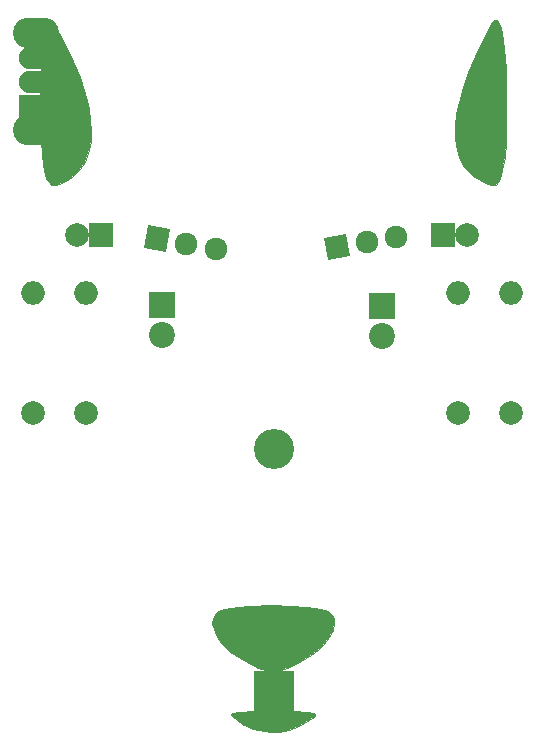
<source format=gbr>
G04 #@! TF.GenerationSoftware,KiCad,Pcbnew,(5.0.0)*
G04 #@! TF.CreationDate,2018-10-24T17:50:19-07:00*
G04 #@! TF.ProjectId,Cub_Wolf_Badge_Circuit,4375625F576F6C665F42616467655F43,rev?*
G04 #@! TF.SameCoordinates,Original*
G04 #@! TF.FileFunction,Soldermask,Top*
G04 #@! TF.FilePolarity,Negative*
%FSLAX46Y46*%
G04 Gerber Fmt 4.6, Leading zero omitted, Abs format (unit mm)*
G04 Created by KiCad (PCBNEW (5.0.0)) date 10/24/18 17:50:19*
%MOMM*%
%LPD*%
G01*
G04 APERTURE LIST*
%ADD10C,0.010000*%
%ADD11C,0.050000*%
%ADD12R,3.400000X3.400000*%
%ADD13C,3.400000*%
%ADD14C,2.200000*%
%ADD15R,2.200000X2.200000*%
%ADD16O,2.000000X2.000000*%
%ADD17C,2.000000*%
%ADD18C,1.920000*%
%ADD19C,0.100000*%
%ADD20R,2.000000X2.000000*%
%ADD21O,3.900000X2.600000*%
%ADD22O,2.900000X1.900000*%
%ADD23R,2.900000X1.900000*%
G04 APERTURE END LIST*
D10*
G36*
X107400000Y-31900000D02*
X107250000Y-32050000D01*
X107050000Y-32550000D01*
X106850000Y-33650000D01*
X106700000Y-35500000D01*
X106600000Y-40400000D01*
X106700000Y-42100000D01*
X106850000Y-44000000D01*
X107150000Y-45200000D01*
X107350000Y-45500000D01*
X107550000Y-45700000D01*
X107750000Y-45750000D01*
X107950000Y-45750000D01*
X108250000Y-45650000D01*
X108800000Y-45350000D01*
X109400000Y-44950000D01*
X109650000Y-44750000D01*
X110000000Y-44400000D01*
X110200000Y-44100000D01*
X110400000Y-43750000D01*
X110600000Y-43300000D01*
X110750000Y-42750000D01*
X110900000Y-42000000D01*
X110900000Y-41200000D01*
X110850000Y-40200000D01*
X110750000Y-39250000D01*
X110350000Y-37650000D01*
X110000000Y-36600000D01*
X109400000Y-35200000D01*
X108200000Y-32850000D01*
X107700000Y-32100000D01*
X107550000Y-31950000D01*
X107450000Y-31900000D01*
X107400000Y-31900000D01*
G37*
X107400000Y-31900000D02*
X107250000Y-32050000D01*
X107050000Y-32550000D01*
X106850000Y-33650000D01*
X106700000Y-35500000D01*
X106600000Y-40400000D01*
X106700000Y-42100000D01*
X106850000Y-44000000D01*
X107150000Y-45200000D01*
X107350000Y-45500000D01*
X107550000Y-45700000D01*
X107750000Y-45750000D01*
X107950000Y-45750000D01*
X108250000Y-45650000D01*
X108800000Y-45350000D01*
X109400000Y-44950000D01*
X109650000Y-44750000D01*
X110000000Y-44400000D01*
X110200000Y-44100000D01*
X110400000Y-43750000D01*
X110600000Y-43300000D01*
X110750000Y-42750000D01*
X110900000Y-42000000D01*
X110900000Y-41200000D01*
X110850000Y-40200000D01*
X110750000Y-39250000D01*
X110350000Y-37650000D01*
X110000000Y-36600000D01*
X109400000Y-35200000D01*
X108200000Y-32850000D01*
X107700000Y-32100000D01*
X107550000Y-31950000D01*
X107450000Y-31900000D01*
X107400000Y-31900000D01*
G36*
X126300000Y-81300000D02*
X127750000Y-81350000D01*
X129200000Y-81450000D01*
X130400000Y-81600000D01*
X131000000Y-81800000D01*
X131350000Y-82100000D01*
X131500000Y-82500000D01*
X131500000Y-82850000D01*
X131400000Y-83400000D01*
X131100000Y-84000000D01*
X130600000Y-84650000D01*
X130200000Y-85050000D01*
X129550000Y-85550000D01*
X128700000Y-86050000D01*
X127550000Y-86600000D01*
X126700000Y-86850000D01*
X126050000Y-86850000D01*
X125050000Y-86600000D01*
X123500000Y-85800000D01*
X122700000Y-85250000D01*
X122050000Y-84600000D01*
X121600000Y-84000000D01*
X121300000Y-83350000D01*
X121200000Y-82900000D01*
X121250000Y-82450000D01*
X121400000Y-82100000D01*
X121700000Y-81800000D01*
X122150000Y-81650000D01*
X122800000Y-81550000D01*
X124250000Y-81400000D01*
X126300000Y-81300000D01*
G37*
X126300000Y-81300000D02*
X127750000Y-81350000D01*
X129200000Y-81450000D01*
X130400000Y-81600000D01*
X131000000Y-81800000D01*
X131350000Y-82100000D01*
X131500000Y-82500000D01*
X131500000Y-82850000D01*
X131400000Y-83400000D01*
X131100000Y-84000000D01*
X130600000Y-84650000D01*
X130200000Y-85050000D01*
X129550000Y-85550000D01*
X128700000Y-86050000D01*
X127550000Y-86600000D01*
X126700000Y-86850000D01*
X126050000Y-86850000D01*
X125050000Y-86600000D01*
X123500000Y-85800000D01*
X122700000Y-85250000D01*
X122050000Y-84600000D01*
X121600000Y-84000000D01*
X121300000Y-83350000D01*
X121200000Y-82900000D01*
X121250000Y-82450000D01*
X121400000Y-82100000D01*
X121700000Y-81800000D01*
X122150000Y-81650000D01*
X122800000Y-81550000D01*
X124250000Y-81400000D01*
X126300000Y-81300000D01*
G36*
X129900000Y-90500000D02*
X129750000Y-90400000D01*
X129200000Y-90350000D01*
X128100000Y-90300000D01*
X124900000Y-90300000D01*
X123400000Y-90350000D01*
X123000000Y-90400000D01*
X122850000Y-90450000D01*
X122800000Y-90550000D01*
X122850000Y-90650000D01*
X123200000Y-90950000D01*
X123750000Y-91350000D01*
X124650000Y-91750000D01*
X125600000Y-92000000D01*
X126150000Y-92050000D01*
X126850000Y-92050000D01*
X127150000Y-92000000D01*
X127700000Y-91850000D01*
X128550000Y-91550000D01*
X129250000Y-91150000D01*
X129800000Y-90750000D01*
X129900000Y-90600000D01*
X129900000Y-90500000D01*
G37*
X129900000Y-90500000D02*
X129750000Y-90400000D01*
X129200000Y-90350000D01*
X128100000Y-90300000D01*
X124900000Y-90300000D01*
X123400000Y-90350000D01*
X123000000Y-90400000D01*
X122850000Y-90450000D01*
X122800000Y-90550000D01*
X122850000Y-90650000D01*
X123200000Y-90950000D01*
X123750000Y-91350000D01*
X124650000Y-91750000D01*
X125600000Y-92000000D01*
X126150000Y-92050000D01*
X126850000Y-92050000D01*
X127150000Y-92000000D01*
X127700000Y-91850000D01*
X128550000Y-91550000D01*
X129250000Y-91150000D01*
X129800000Y-90750000D01*
X129900000Y-90600000D01*
X129900000Y-90500000D01*
D11*
G36*
X145150000Y-31750000D02*
X145000000Y-31850000D01*
X144700000Y-32250000D01*
X143600000Y-34450000D01*
X142900000Y-36000000D01*
X142300000Y-37800000D01*
X141850000Y-39750000D01*
X141750000Y-40750000D01*
X141750000Y-41750000D01*
X141900000Y-42800000D01*
X142100000Y-43400000D01*
X142300000Y-43850000D01*
X142500000Y-44200000D01*
X142900000Y-44650000D01*
X143250000Y-44950000D01*
X144000000Y-45400000D01*
X144500000Y-45650000D01*
X144850000Y-45750000D01*
X145000000Y-45750000D01*
X145200000Y-45700000D01*
X145400000Y-45500000D01*
X145550000Y-45150000D01*
X145750000Y-44500000D01*
X145950000Y-43350000D01*
X146050000Y-42100000D01*
X146100000Y-40350000D01*
X146100000Y-37400000D01*
X146050000Y-35800000D01*
X145900000Y-34250000D01*
X145800000Y-33350000D01*
X145600000Y-32450000D01*
X145400000Y-31950000D01*
X145300000Y-31800000D01*
X145250000Y-31750000D01*
X145150000Y-31750000D01*
G37*
X145150000Y-31750000D02*
X145000000Y-31850000D01*
X144700000Y-32250000D01*
X143600000Y-34450000D01*
X142900000Y-36000000D01*
X142300000Y-37800000D01*
X141850000Y-39750000D01*
X141750000Y-40750000D01*
X141750000Y-41750000D01*
X141900000Y-42800000D01*
X142100000Y-43400000D01*
X142300000Y-43850000D01*
X142500000Y-44200000D01*
X142900000Y-44650000D01*
X143250000Y-44950000D01*
X144000000Y-45400000D01*
X144500000Y-45650000D01*
X144850000Y-45750000D01*
X145000000Y-45750000D01*
X145200000Y-45700000D01*
X145400000Y-45500000D01*
X145550000Y-45150000D01*
X145750000Y-44500000D01*
X145950000Y-43350000D01*
X146050000Y-42100000D01*
X146100000Y-40350000D01*
X146100000Y-37400000D01*
X146050000Y-35800000D01*
X145900000Y-34250000D01*
X145800000Y-33350000D01*
X145600000Y-32450000D01*
X145400000Y-31950000D01*
X145300000Y-31800000D01*
X145250000Y-31750000D01*
X145150000Y-31750000D01*
D12*
G04 #@! TO.C,BT1*
X126400000Y-88600000D03*
D13*
X126400000Y-68110000D03*
G04 #@! TD*
D14*
G04 #@! TO.C,D1*
X135600000Y-58490000D03*
D15*
X135600000Y-55950000D03*
G04 #@! TD*
G04 #@! TO.C,D2*
X116950000Y-55900000D03*
D14*
X116950000Y-58440000D03*
G04 #@! TD*
D16*
G04 #@! TO.C,R1*
X146500000Y-54840000D03*
D17*
X146500000Y-65000000D03*
G04 #@! TD*
D16*
G04 #@! TO.C,R2*
X142000000Y-54840000D03*
D17*
X142000000Y-65000000D03*
G04 #@! TD*
G04 #@! TO.C,R3*
X110500000Y-65000000D03*
D16*
X110500000Y-54840000D03*
G04 #@! TD*
D17*
G04 #@! TO.C,R4*
X106000000Y-65000000D03*
D16*
X106000000Y-54840000D03*
G04 #@! TD*
D18*
G04 #@! TO.C,Q1*
X131750000Y-51000000D03*
D19*
G36*
X132862118Y-51778713D02*
X130971287Y-52112118D01*
X130637882Y-50221287D01*
X132528713Y-49887882D01*
X132862118Y-51778713D01*
X132862118Y-51778713D01*
G37*
D18*
X136752823Y-50117867D03*
X134251412Y-50558934D03*
G04 #@! TD*
G04 #@! TO.C,Q2*
X119001412Y-50691066D03*
X121502823Y-51132133D03*
X116500000Y-50250000D03*
D19*
G36*
X117278713Y-51362118D02*
X115387882Y-51028713D01*
X115721287Y-49137882D01*
X117612118Y-49471287D01*
X117278713Y-51362118D01*
X117278713Y-51362118D01*
G37*
G04 #@! TD*
D17*
G04 #@! TO.C,C1*
X142750000Y-50000000D03*
D20*
X140750000Y-50000000D03*
G04 #@! TD*
G04 #@! TO.C,C2*
X111750000Y-50000000D03*
D17*
X109750000Y-50000000D03*
G04 #@! TD*
D21*
G04 #@! TO.C,SW1*
X106250000Y-32900000D03*
X106250000Y-41100000D03*
D22*
X106250000Y-35000000D03*
X106250000Y-37000000D03*
D23*
X106250000Y-39000000D03*
G04 #@! TD*
M02*

</source>
